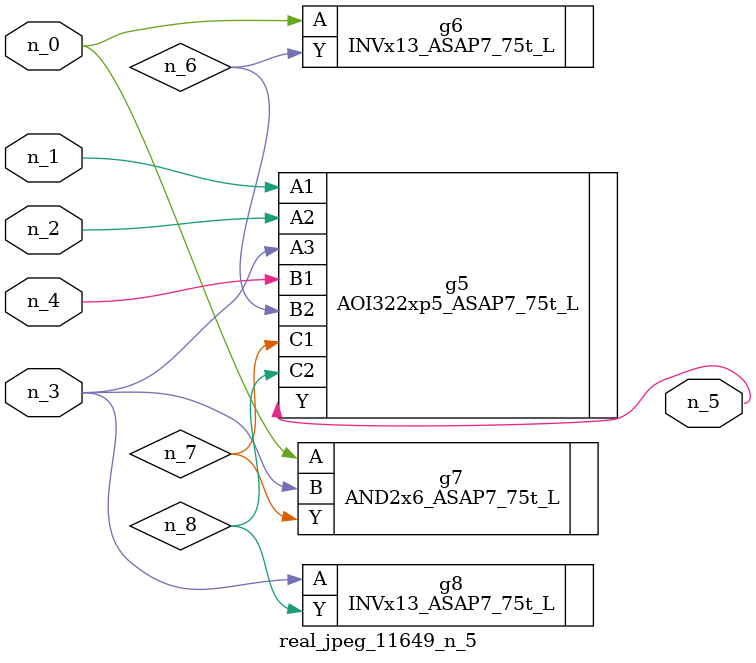
<source format=v>
module real_jpeg_11649_n_5 (n_4, n_0, n_1, n_2, n_3, n_5);

input n_4;
input n_0;
input n_1;
input n_2;
input n_3;

output n_5;

wire n_8;
wire n_6;
wire n_7;

INVx13_ASAP7_75t_L g6 ( 
.A(n_0),
.Y(n_6)
);

AND2x6_ASAP7_75t_L g7 ( 
.A(n_0),
.B(n_3),
.Y(n_7)
);

AOI322xp5_ASAP7_75t_L g5 ( 
.A1(n_1),
.A2(n_2),
.A3(n_3),
.B1(n_4),
.B2(n_6),
.C1(n_7),
.C2(n_8),
.Y(n_5)
);

INVx13_ASAP7_75t_L g8 ( 
.A(n_3),
.Y(n_8)
);


endmodule
</source>
